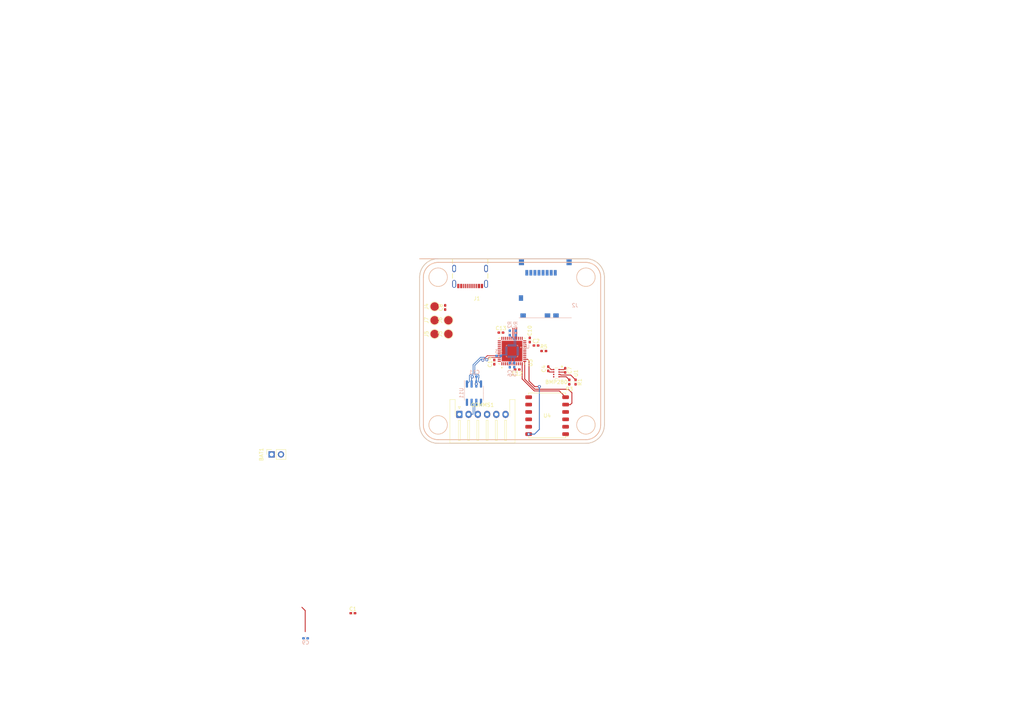
<source format=kicad_pcb>
(kicad_pcb (version 20211014) (generator pcbnew)
  (layers (0 "F.Cu" signal) (31 "B.Cu" signal) (34 "B.Paste" user) (35 "F.Paste" user) (36 "B.SilkS" user "B.Silkscreen") (37 "F.SilkS" user "F.Silkscreen") (38 "B.Mask" user) (39 "F.Mask" user) (44 "Edge.Cuts" user))
  (net 0 "")
  (net 1 "+BATT")
  (net 2 "GND")
  (net 3 "+5V")
  (net 4 "Net-(C2-Pad1)")
  (net 5 "+3V3")
  (net 6 "Net-(C6-Pad1)")
  (net 8 "/USB+")
  (net 9 "/USB-")
  (net 13 "/SDCARD_D2")
  (net 14 "/SDCARD_D3")
  (net 15 "/SDCARD_CMD")
  (net 16 "/SDCARD_CLK")
  (net 17 "/SDCARD_D0")
  (net 18 "/SDCARD_D1")
  (net 19 "/SDCARD_DET_LEVEL")
  (net 20 "/SDACRD_DET_SWT")
  (net 21 "/UART_TX")
  (net 22 "/UART_RX")
  (net 23 "/BMP280_SCL")
  (net 24 "/MPU9250_SCK")
  (net 25 "/BMP280_SDA")
  (net 26 "/MPU9250_SDA")
  (net 27 "Net-(R5-Pad2)")
  (net 28 "/SWDIO")
  (net 29 "/SWCLK")
  (net 30 "/NRST")
  (net 34 "/MPU9250_INT")
  (net 44 "/WIFI_UART_TX")
  (net 45 "/WIFI_UART_RX")
  (net 46 "/WIFI_RES")
  (net 53 "/DEBUG_RX")
  (net 54 "/DEBUG_TX")
  (net 55 "/MPU9250_SCL")
  (net 56 "/CAN_TRX-")
  (net 57 "/CAN_TRX+")
  (net 58 "/ANT")
  (net 64 "/CAN+")
  (net 65 "/CAN-")
  (net 66 "/CAN_SHUTDOWN")
  (footprint "footprints:AIR602" (layer "F.Cu") (at 158 122.5 180)
    (fp_text reference "U4" (at 0 0) (layer "F.SilkS"))
    (fp_text value "AIR602")
    (pad "1" smd roundrect (at -5 -5 180) (size 1.8 1) (layers "F.Cu" "F.Paste" "F.Mask") (net 2 "GND"))
    (pad "2" smd roundrect (at -5 -3 180) (size 1.8 1) (layers "F.Cu" "F.Paste" "F.Mask") (net 58 "/ANT"))
    (pad "3" smd roundrect (at -5 -1 180) (size 1.8 1) (layers "F.Cu" "F.Paste" "F.Mask") (net 2 "GND"))
    (pad "4" smd roundrect (at -5 1 180) (size 1.8 1) (layers "F.Cu" "F.Paste" "F.Mask") (net 5 "+3V3"))
    (pad "5" smd roundrect (at -5 3 180) (size 1.8 1) (layers "F.Cu" "F.Paste" "F.Mask") (net 45 "/WIFI_UART_RX"))
    (pad "6" smd roundrect (at -5 5 180) (size 1.8 1) (layers "F.Cu" "F.Paste" "F.Mask") (net 44 "/WIFI_UART_TX"))
    (pad "7" smd roundrect (at 5 5 180) (size 1.8 1) (layers "F.Cu" "F.Paste" "F.Mask"))
    (pad "8" smd roundrect (at 5 3 180) (size 1.8 1) (layers "F.Cu" "F.Paste" "F.Mask"))
    (pad "9" smd roundrect (at 5 1 180) (size 1.8 1) (layers "F.Cu" "F.Paste" "F.Mask"))
    (pad "10" smd roundrect (at 5 -1 180) (size 1.8 1) (layers "F.Cu" "F.Paste" "F.Mask"))
    (pad "11" smd roundrect (at 5 -3 180) (size 1.8 1) (layers "F.Cu" "F.Paste" "F.Mask"))
    (pad "12" smd roundrect (at 5 -5 180) (size 1.8 1) (layers "F.Cu" "F.Paste" "F.Mask") (net 46 "/WIFI_RES"))
  )
  (footprint "MountingHole:MountingHole_2.2mm_M2" (layer "F.Cu") (at 128.5 125)
    (fp_text reference "H2" hide)
    (fp_text value "MountingHole")
    (pad "" np_thru_hole circle (at 0 0) (size 2.2 2.2) (drill 2.2) (layers *.Cu *.Mask))
  )
  (footprint "Connector_PinSocket_2.54mm:PinSocket_1x02_P2.54mm_Vertical" (layer "F.Cu") (at 83.4325 133 90)
    (fp_text reference "BAT1" (at 0 -2.77 90) (layer "F.SilkS"))
    (fp_text value "Conn_01x02")
    (pad "1" thru_hole rect (at 0 0 90) (size 1.7 1.7) (drill 1) (layers *.Cu *.Mask) (net 1 "+BATT"))
    (pad "2" thru_hole oval (at 0 2.54 90) (size 1.7 1.7) (drill 1) (layers *.Cu *.Mask) (net 2 "GND"))
  )
  (footprint "Capacitor_SMD:C_0402_1005Metric_Pad0.74x0.62mm_HandSolder" (layer "F.Cu") (at 149.9 110 180)
    (fp_text reference "C12" (at 0 -1.16) (layer "F.SilkS"))
    (fp_text value "1uF")
    (pad "1" smd roundrect (at -0.5675 0 180) (size 0.735 0.62) (layers "F.Cu" "F.Paste" "F.Mask") (net 5 "+3V3"))
    (pad "2" smd roundrect (at 0.5675 0 180) (size 0.735 0.62) (layers "F.Cu" "F.Paste" "F.Mask") (net 2 "GND"))
  )
  (footprint "Capacitor_SMD:C_0402_1005Metric_Pad0.74x0.62mm_HandSolder" (layer "F.Cu") (at 158.299999 109.799999 -90)
    (fp_text reference "C4" (at 0 1.2 90) (layer "F.SilkS"))
    (fp_text value "100nF")
    (pad "1" smd roundrect (at -0.5675 0 270) (size 0.735 0.62) (layers "F.Cu" "F.Paste" "F.Mask") (net 3 "+5V"))
    (pad "2" smd roundrect (at 0.5675 0 270) (size 0.735 0.62) (layers "F.Cu" "F.Paste" "F.Mask") (net 2 "GND"))
  )
  (footprint "MountingHole:MountingHole_2.2mm_M2" (layer "F.Cu") (at 168.5 85 90)
    (fp_text reference "H3" hide)
    (fp_text value "MountingHole")
    (pad "" np_thru_hole circle (at 0 0 90) (size 2.2 2.2) (drill 2.2) (layers *.Cu *.Mask))
  )
  (footprint "Resistor_SMD:R_0402_1005Metric_Pad0.72x0.64mm_HandSolder" (layer "F.Cu") (at 157.1 105)
    (fp_text reference "R5" (at 0 -1.17) (layer "F.SilkS"))
    (fp_text value "10K")
    (pad "1" smd roundrect (at -0.5975 0) (size 0.715 0.64) (layers "F.Cu" "F.Paste" "F.Mask") (net 5 "+3V3"))
    (pad "2" smd roundrect (at 0.5975 0) (size 0.715 0.64) (layers "F.Cu" "F.Paste" "F.Mask") (net 27 "Net-(R5-Pad2)"))
  )
  (footprint "footprints:GCT_USB4105-GF-A" (layer "F.Cu") (at 137.1625 82.635 180)
    (fp_text reference "J1" (at -1.825 -8.135) (layer "F.SilkS"))
    (fp_text value "USB4105-GF-A")
    (pad "" np_thru_hole circle (at 2.89 -3.68 180) (size 0.65 0.65) (drill 0.65) (layers *.Cu *.Mask))
    (pad "" np_thru_hole circle (at -2.89 -3.68 180) (size 0.65 0.65) (drill 0.65) (layers *.Cu *.Mask))
    (pad "A1_B12" smd rect (at -3.2 -4.755 180) (size 0.6 1.15) (layers "F.Cu" "F.Paste" "F.Mask") (net 2 "GND"))
    (pad "A4_B9" smd rect (at -2.4 -4.755 180) (size 0.6 1.15) (layers "F.Cu" "F.Paste" "F.Mask") (net 3 "+5V"))
    (pad "A5" smd rect (at -1.25 -4.755 180) (size 0.3 1.15) (layers "F.Cu" "F.Paste" "F.Mask"))
    (pad "A6" smd rect (at -0.25 -4.755 180) (size 0.3 1.15) (layers "F.Cu" "F.Paste" "F.Mask") (net 8 "/USB+"))
    (pad "A7" smd rect (at 0.25 -4.755 180) (size 0.3 1.15) (layers "F.Cu" "F.Paste" "F.Mask") (net 9 "/USB-"))
    (pad "A8" smd rect (at 1.25 -4.755 180) (size 0.3 1.15) (layers "F.Cu" "F.Paste" "F.Mask"))
    (pad "B1_A12" smd rect (at 3.2 -4.755 180) (size 0.6 1.15) (layers "F.Cu" "F.Paste" "F.Mask") (net 2 "GND"))
    (pad "B4_A9" smd rect (at 2.4 -4.755 180) (size 0.6 1.15) (layers "F.Cu" "F.Paste" "F.Mask") (net 3 "+5V"))
    (pad "B5" smd rect (at 1.75 -4.755 180) (size 0.3 1.15) (layers "F.Cu" "F.Paste" "F.Mask"))
    (pad "B6" smd rect (at 0.75 -4.755 180) (size 0.3 1.15) (layers "F.Cu" "F.Paste" "F.Mask") (net 8 "/USB+"))
    (pad "B7" smd rect (at -0.75 -4.755 180) (size 0.3 1.15) (layers "F.Cu" "F.Paste" "F.Mask") (net 9 "/USB-"))
    (pad "B8" smd rect (at -1.75 -4.755 180) (size 0.3 1.15) (layers "F.Cu" "F.Paste" "F.Mask"))
    (pad "S1" thru_hole oval (at -4.32 -4.18 180) (size 1.05 2.1) (drill oval 0.6 1.7) (layers *.Cu *.Mask) (net 2 "GND"))
    (pad "S2" thru_hole oval (at -4.32 0 180) (size 1 2) (drill oval 0.6 1.4) (layers *.Cu *.Mask) (net 2 "GND"))
    (pad "S3" thru_hole oval (at 4.32 0 180) (size 1 2) (drill oval 0.6 1.4) (layers *.Cu *.Mask) (net 2 "GND"))
    (pad "S4" thru_hole oval (at 4.32 -4.18 180) (size 1.05 2.1) (drill oval 0.6 1.7) (layers *.Cu *.Mask) (net 2 "GND"))
  )
  (footprint "footprints:QFN50P700X700X60-49N" (layer "F.Cu") (at 148.5 105 90)
    (fp_text reference "U3" (at -3.199999 4.999999 90) (layer "F.SilkS"))
    (fp_text value "STM32F412CEU6")
    (pad "1" smd roundrect (at -3.43 -2.75 90) (size 0.87 0.27) (layers "F.Cu" "F.Paste" "F.Mask") (roundrect_rratio 0.03) (net 1 "+BATT"))
    (pad "2" smd roundrect (at -3.43 -2.25 90) (size 0.87 0.27) (layers "F.Cu" "F.Paste" "F.Mask") (roundrect_rratio 0.03))
    (pad "3" smd roundrect (at -3.43 -1.75 90) (size 0.87 0.27) (layers "F.Cu" "F.Paste" "F.Mask") (roundrect_rratio 0.03))
    (pad "4" smd roundrect (at -3.43 -1.25 90) (size 0.87 0.27) (layers "F.Cu" "F.Paste" "F.Mask") (roundrect_rratio 0.03))
    (pad "5" smd roundrect (at -3.43 -0.75 90) (size 0.87 0.27) (layers "F.Cu" "F.Paste" "F.Mask") (roundrect_rratio 0.03))
    (pad "6" smd roundrect (at -3.43 -0.25 90) (size 0.87 0.27) (layers "F.Cu" "F.Paste" "F.Mask") (roundrect_rratio 0.03))
    (pad "7" smd roundrect (at -3.43 0.25 90) (size 0.87 0.27) (layers "F.Cu" "F.Paste" "F.Mask") (roundrect_rratio 0.03) (net 30 "/NRST"))
    (pad "8" smd roundrect (at -3.43 0.75 90) (size 0.87 0.27) (layers "F.Cu" "F.Paste" "F.Mask") (roundrect_rratio 0.03) (net 2 "GND"))
    (pad "9" smd roundrect (at -3.43 1.25 90) (size 0.87 0.27) (layers "F.Cu" "F.Paste" "F.Mask") (roundrect_rratio 0.03) (net 5 "+3V3"))
    (pad "10" smd roundrect (at -3.43 1.75 90) (size 0.87 0.27) (layers "F.Cu" "F.Paste" "F.Mask") (roundrect_rratio 0.03))
    (pad "11" smd roundrect (at -3.43 2.25 90) (size 0.87 0.27) (layers "F.Cu" "F.Paste" "F.Mask") (roundrect_rratio 0.03))
    (pad "12" smd roundrect (at -3.43 2.75 90) (size 0.87 0.27) (layers "F.Cu" "F.Paste" "F.Mask") (roundrect_rratio 0.03) (net 44 "/WIFI_UART_TX"))
    (pad "13" smd roundrect (at -2.75 3.43 180) (size 0.87 0.27) (layers "F.Cu" "F.Paste" "F.Mask") (roundrect_rratio 0.03) (net 45 "/WIFI_UART_RX"))
    (pad "14" smd roundrect (at -2.25 3.43 180) (size 0.87 0.27) (layers "F.Cu" "F.Paste" "F.Mask") (roundrect_rratio 0.03) (net 46 "/WIFI_RES"))
    (pad "15" smd roundrect (at -1.75 3.43 180) (size 0.87 0.27) (layers "F.Cu" "F.Paste" "F.Mask") (roundrect_rratio 0.03))
    (pad "16" smd roundrect (at -1.25 3.43 180) (size 0.87 0.27) (layers "F.Cu" "F.Paste" "F.Mask") (roundrect_rratio 0.03) (net 15 "/SDCARD_CMD"))
    (pad "17" smd roundrect (at -0.75 3.43 180) (size 0.87 0.27) (layers "F.Cu" "F.Paste" "F.Mask") (roundrect_rratio 0.03))
    (pad "18" smd roundrect (at -0.25 3.43 180) (size 0.87 0.27) (layers "F.Cu" "F.Paste" "F.Mask") (roundrect_rratio 0.03))
    (pad "19" smd roundrect (at 0.25 3.43 180) (size 0.87 0.27) (layers "F.Cu" "F.Paste" "F.Mask") (roundrect_rratio 0.03) (net 19 "/SDCARD_DET_LEVEL"))
    (pad "20" smd roundrect (at 0.75 3.43 180) (size 0.87 0.27) (layers "F.Cu" "F.Paste" "F.Mask") (roundrect_rratio 0.03) (net 20 "/SDACRD_DET_SWT"))
    (pad "21" smd roundrect (at 1.25 3.43 180) (size 0.87 0.27) (layers "F.Cu" "F.Paste" "F.Mask") (roundrect_rratio 0.03) (net 23 "/BMP280_SCL"))
    (pad "22" smd roundrect (at 1.75 3.43 180) (size 0.87 0.27) (layers "F.Cu" "F.Paste" "F.Mask") (roundrect_rratio 0.03) (net 4 "Net-(C2-Pad1)"))
    (pad "23" smd roundrect (at 2.25 3.43 180) (size 0.87 0.27) (layers "F.Cu" "F.Paste" "F.Mask") (roundrect_rratio 0.03) (net 2 "GND"))
    (pad "24" smd roundrect (at 2.75 3.43 180) (size 0.87 0.27) (layers "F.Cu" "F.Paste" "F.Mask") (roundrect_rratio 0.03) (net 5 "+3V3"))
    (pad "25" smd roundrect (at 3.43 2.75 90) (size 0.87 0.27) (layers "F.Cu" "F.Paste" "F.Mask") (roundrect_rratio 0.03))
    (pad "26" smd roundrect (at 3.43 2.25 90) (size 0.87 0.27) (layers "F.Cu" "F.Paste" "F.Mask") (roundrect_rratio 0.03))
    (pad "27" smd roundrect (at 3.43 1.75 90) (size 0.87 0.27) (layers "F.Cu" "F.Paste" "F.Mask") (roundrect_rratio 0.03))
    (pad "28" smd roundrect (at 3.43 1.25 90) (size 0.87 0.27) (layers "F.Cu" "F.Paste" "F.Mask") (roundrect_rratio 0.03) (net 16 "/SDCARD_CLK"))
    (pad "29" smd roundrect (at 3.43 0.75 90) (size 0.87 0.27) (layers "F.Cu" "F.Paste" "F.Mask") (roundrect_rratio 0.03) (net 18 "/SDCARD_D1"))
    (pad "30" smd roundrect (at 3.43 0.25 90) (size 0.87 0.27) (layers "F.Cu" "F.Paste" "F.Mask") (roundrect_rratio 0.03) (net 13 "/SDCARD_D2"))
    (pad "31" smd roundrect (at 3.43 -0.25 90) (size 0.87 0.27) (layers "F.Cu" "F.Paste" "F.Mask") (roundrect_rratio 0.03) (net 53 "/DEBUG_RX"))
    (pad "32" smd roundrect (at 3.43 -0.75 90) (size 0.87 0.27) (layers "F.Cu" "F.Paste" "F.Mask") (roundrect_rratio 0.03) (net 9 "/USB-"))
    (pad "33" smd roundrect (at 3.43 -1.25 90) (size 0.87 0.27) (layers "F.Cu" "F.Paste" "F.Mask") (roundrect_rratio 0.03) (net 8 "/USB+"))
    (pad "34" smd roundrect (at 3.43 -1.75 90) (size 0.87 0.27) (layers "F.Cu" "F.Paste" "F.Mask") (roundrect_rratio 0.03) (net 28 "/SWDIO"))
    (pad "35" smd roundrect (at 3.43 -2.25 90) (size 0.87 0.27) (layers "F.Cu" "F.Paste" "F.Mask") (roundrect_rratio 0.03) (net 2 "GND"))
    (pad "36" smd roundrect (at 3.43 -2.75 90) (size 0.87 0.27) (layers "F.Cu" "F.Paste" "F.Mask") (roundrect_rratio 0.03) (net 5 "+3V3"))
    (pad "37" smd roundrect (at 2.75 -3.43 180) (size 0.87 0.27) (layers "F.Cu" "F.Paste" "F.Mask") (roundrect_rratio 0.03) (net 29 "/SWCLK"))
    (pad "38" smd roundrect (at 2.25 -3.43 180) (size 0.87 0.27) (layers "F.Cu" "F.Paste" "F.Mask") (roundrect_rratio 0.03) (net 54 "/DEBUG_TX"))
    (pad "39" smd roundrect (at 1.75 -3.43 180) (size 0.87 0.27) (layers "F.Cu" "F.Paste" "F.Mask") (roundrect_rratio 0.03) (net 25 "/BMP280_SDA"))
    (pad "40" smd roundrect (at 1.25 -3.43 180) (size 0.87 0.27) (layers "F.Cu" "F.Paste" "F.Mask") (roundrect_rratio 0.03) (net 17 "/SDCARD_D0"))
    (pad "41" smd roundrect (at 0.75 -3.43 180) (size 0.87 0.27) (layers "F.Cu" "F.Paste" "F.Mask") (roundrect_rratio 0.03) (net 14 "/SDCARD_D3"))
    (pad "42" smd roundrect (at 0.25 -3.43 180) (size 0.87 0.27) (layers "F.Cu" "F.Paste" "F.Mask") (roundrect_rratio 0.03) (net 55 "/MPU9250_SCL"))
    (pad "43" smd roundrect (at -0.25 -3.43 180) (size 0.87 0.27) (layers "F.Cu" "F.Paste" "F.Mask") (roundrect_rratio 0.03) (net 26 "/MPU9250_SDA"))
    (pad "44" smd roundrect (at -0.75 -3.43 180) (size 0.87 0.27) (layers "F.Cu" "F.Paste" "F.Mask") (roundrect_rratio 0.03) (net 27 "Net-(R5-Pad2)"))
    (pad "45" smd roundrect (at -1.25 -3.43 180) (size 0.87 0.27) (layers "F.Cu" "F.Paste" "F.Mask") (roundrect_rratio 0.03) (net 56 "/CAN_TRX-"))
    (pad "46" smd roundrect (at -1.75 -3.43 180) (size 0.87 0.27) (layers "F.Cu" "F.Paste" "F.Mask") (roundrect_rratio 0.03) (net 57 "/CAN_TRX+"))
    (pad "47" smd roundrect (at -2.25 -3.43 180) (size 0.87 0.27) (layers "F.Cu" "F.Paste" "F.Mask") (roundrect_rratio 0.03) (net 2 "GND"))
    (pad "48" smd roundrect (at -2.75 -3.43 180) (size 0.87 0.27) (layers "F.Cu" "F.Paste" "F.Mask") (roundrect_rratio 0.03) (net 5 "+3V3"))
    (pad "49" smd rect (at 0 0 90) (size 5.6 5.6) (layers "F.Cu" "F.Mask") (net 2 "GND"))
  )
  (footprint "Capacitor_SMD:C_0402_1005Metric_Pad0.74x0.62mm_HandSolder" (layer "F.Cu") (at 105.4325 176)
    (fp_text reference "C1" (at 0 -1.16) (layer "F.SilkS"))
    (fp_text value "1uF")
    (pad "1" smd roundrect (at -0.5675 0) (size 0.735 0.62) (layers "F.Cu" "F.Paste" "F.Mask") (net 3 "+5V"))
    (pad "2" smd roundrect (at 0.5675 0) (size 0.735 0.62) (layers "F.Cu" "F.Paste" "F.Mask") (net 2 "GND"))
  )
  (footprint "Capacitor_SMD:C_0402_1005Metric_Pad0.74x0.62mm_HandSolder" (layer "F.Cu") (at 153.3 102 -90)
    (fp_text reference "C10" (at -2.5 0 90) (layer "F.SilkS"))
    (fp_text value "1uF")
    (pad "1" smd roundrect (at -0.5675 0 270) (size 0.735 0.62) (layers "F.Cu" "F.Paste" "F.Mask") (net 5 "+3V3"))
    (pad "2" smd roundrect (at 0.5675 0 270) (size 0.735 0.62) (layers "F.Cu" "F.Paste" "F.Mask") (net 2 "GND"))
  )
  (footprint "MountingHole:MountingHole_2.2mm_M2" (layer "F.Cu") (at 168.5 125)
    (fp_text reference "H4" hide)
    (fp_text value "MountingHole")
    (pad "" np_thru_hole circle (at 0 0) (size 2.2 2.2) (drill 2.2) (layers *.Cu *.Mask))
  )
  (footprint "Capacitor_SMD:C_0402_1005Metric_Pad0.74x0.62mm_HandSolder" (layer "F.Cu") (at 143.7 108 90)
    (fp_text reference "C14" (at 0 -1.16 90) (layer "F.SilkS"))
    (fp_text value "1uF")
    (pad "1" smd roundrect (at -0.5675 0 90) (size 0.735 0.62) (layers "F.Cu" "F.Paste" "F.Mask") (net 5 "+3V3"))
    (pad "2" smd roundrect (at 0.5675 0 90) (size 0.735 0.62) (layers "F.Cu" "F.Paste" "F.Mask") (net 2 "GND"))
  )
  (footprint "MountingHole:MountingHole_2.2mm_M2" (layer "F.Cu") (at 128.5 85 -90)
    (fp_text reference "H1" hide)
    (fp_text value "MountingHole")
    (pad "" np_thru_hole circle (at 0 0 270) (size 2.2 2.2) (drill 2.2) (layers *.Cu *.Mask))
  )
  (footprint "footprints:Test_Point" (layer "F.Cu") (at 131.275 96.665 90)
    (fp_text reference "J6" (at 0 -2.2 90 unlocked) (layer "F.SilkS"))
    (fp_text value "Conn_01x01")
    (pad "1" smd circle (at 0 0 90) (size 2.286 2.286) (layers "F.Cu" "F.Paste" "F.Mask") (net 2 "GND"))
  )
  (footprint "footprints:Test_Point" (layer "F.Cu") (at 127.555 100.385 90)
    (fp_text reference "J5" (at 0 -2.2 90 unlocked) (layer "F.SilkS"))
    (fp_text value "Conn_01x01")
    (pad "1" smd circle (at 0 0 90) (size 2.286 2.286) (layers "F.Cu" "F.Paste" "F.Mask") (net 30 "/NRST"))
  )
  (footprint "Resistor_SMD:R_0402_1005Metric_Pad0.72x0.64mm_HandSolder" (layer "F.Cu") (at 165.7 113.4 -90)
    (fp_text reference "R1" (at 0 -1.17 90) (layer "F.SilkS"))
    (fp_text value "2.2K")
    (pad "1" smd roundrect (at -0.5975 0 270) (size 0.715 0.64) (layers "F.Cu" "F.Paste" "F.Mask") (net 23 "/BMP280_SCL"))
    (pad "2" smd roundrect (at 0.5975 0 270) (size 0.715 0.64) (layers "F.Cu" "F.Paste" "F.Mask") (net 5 "+3V3"))
  )
  (footprint "Capacitor_SMD:C_0402_1005Metric_Pad0.74x0.62mm_HandSolder" (layer "F.Cu") (at 145.5 100)
    (fp_text reference "C13" (at 0 -1.16) (layer "F.SilkS"))
    (fp_text value "1uF")
    (pad "1" smd roundrect (at -0.5675 0) (size 0.735 0.62) (layers "F.Cu" "F.Paste" "F.Mask") (net 5 "+3V3"))
    (pad "2" smd roundrect (at 0.5675 0) (size 0.735 0.62) (layers "F.Cu" "F.Paste" "F.Mask") (net 2 "GND"))
  )
  (footprint "footprints:BMP280" (layer "F.Cu") (at 160.5 111 -90)
    (fp_text reference "U1" (at 0 -5.3 90) (layer "F.SilkS"))
    (fp_text value "BMP280" (at 2.399999 0.000001 180) (layer "F.SilkS"))
    (fp_text user "*" (at -1.785 -1.831 90) (layer "F.SilkS"))
    (fp_text user "*" (at -1.785 -1.831 90) (layer "F.SilkS"))
    (pad "1" smd rect (at -0.9722 -0.725) (size 0.3556 0.3556) (layers "F.Cu" "F.Paste" "F.Mask") (net 2 "GND"))
    (pad "2" smd rect (at -0.325001 -0.722201 270) (size 0.3556 0.3556) (layers "F.Cu" "F.Paste" "F.Mask") (net 5 "+3V3"))
    (pad "3" smd rect (at 0.325001 -0.722201 270) (size 0.3556 0.3556) (layers "F.Cu" "F.Paste" "F.Mask") (net 23 "/BMP280_SCL"))
    (pad "4" smd rect (at 0.9722 -0.725) (size 0.3556 0.3556) (layers "F.Cu" "F.Paste" "F.Mask") (net 25 "/BMP280_SDA"))
    (pad "5" smd rect (at 0.9722 0.725) (size 0.3556 0.3556) (layers "F.Cu" "F.Paste" "F.Mask") (net 2 "GND"))
    (pad "6" smd rect (at 0.325001 0.722201 270) (size 0.3556 0.3556) (layers "F.Cu" "F.Paste" "F.Mask") (net 5 "+3V3"))
    (pad "7" smd rect (at -0.325001 0.722201 270) (size 0.3556 0.3556) (layers "F.Cu" "F.Paste" "F.Mask") (net 2 "GND"))
    (pad "8" smd rect (at -0.9722 0.725) (size 0.3556 0.3556) (layers "F.Cu" "F.Paste" "F.Mask") (net 3 "+5V"))
  )
  (footprint "footprints:Test_Point" (layer "F.Cu") (at 131.275 100.385 90)
    (fp_text reference "J3" (at 0 -2.2 90 unlocked) (layer "F.SilkS"))
    (fp_text value "Conn_01x01")
    (pad "1" smd circle (at 0 0 90) (size 2.286 2.286) (layers "F.Cu" "F.Paste" "F.Mask") (net 28 "/SWDIO"))
  )
  (footprint "Connector_JST:JST_XH_S6B-XH-A-1_1x06_P2.50mm_Horizontal" (layer "F.Cu") (at 134.25 122.15)
    (fp_text reference "COMMS1" (at 6.250001 -2.549999) (layer "F.SilkS"))
    (fp_text value "Conn_01x06")
    (pad "1" thru_hole roundrect (at 0 0) (size 1.7 1.95) (drill 0.95) (layers *.Cu *.Mask) (roundrect_rratio 0.147059) (net 3 "+5V"))
    (pad "2" thru_hole oval (at 2.5 0) (size 1.7 1.95) (drill 0.95) (layers *.Cu *.Mask) (net 64 "/CAN+"))
    (pad "3" thru_hole oval (at 5 0) (size 1.7 1.95) (drill 0.95) (layers *.Cu *.Mask) (net 65 "/CAN-"))
    (pad "4" thru_hole oval (at 7.5 0) (size 1.7 1.95) (drill 0.95) (layers *.Cu *.Mask) (net 21 "/UART_TX"))
    (pad "5" thru_hole oval (at 10 0) (size 1.7 1.95) (drill 0.95) (layers *.Cu *.Mask) (net 22 "/UART_RX"))
    (pad "6" thru_hole oval (at 12.5 0) (size 1.7 1.95) (drill 0.95) (layers *.Cu *.Mask) (net 2 "GND"))
  )
  (footprint "Capacitor_SMD:C_0402_1005Metric_Pad0.74x0.62mm_HandSolder" (layer "F.Cu") (at 155 103.5 180)
    (fp_text reference "C2" (at 0 1.2) (layer "F.SilkS"))
    (fp_text value "1uF")
    (pad "1" smd roundrect (at -0.5675 0 180) (size 0.735 0.62) (layers "F.Cu" "F.Paste" "F.Mask") (net 4 "Net-(C2-Pad1)"))
    (pad "2" smd roundrect (at 0.5675 0 180) (size 0.735 0.62) (layers "F.Cu" "F.Paste" "F.Mask") (net 2 "GND"))
  )
  (footprint "Resistor_SMD:R_0402_1005Metric_Pad0.72x0.64mm_HandSolder" (layer "F.Cu") (at 164 113.4 -90)
    (fp_text reference "R3" (at 1.9 0 180) (layer "F.SilkS"))
    (fp_text value "2.2K")
    (pad "1" smd roundrect (at -0.5975 0 270) (size 0.715 0.64) (layers "F.Cu" "F.Paste" "F.Mask") (net 25 "/BMP280_SDA"))
    (pad "2" smd roundrect (at 0.5975 0 270) (size 0.715 0.64) (layers "F.Cu" "F.Paste" "F.Mask") (net 5 "+3V3"))
  )
  (footprint "Capacitor_SMD:C_0402_1005Metric_Pad0.74x0.62mm_HandSolder" (layer "F.Cu") (at 162.9 110.2325 90)
    (fp_text reference "C7" (at 0 1.2 90) (layer "F.SilkS"))
    (fp_text value "100nF")
    (pad "1" smd roundrect (at -0.5675 0 90) (size 0.735 0.62) (layers "F.Cu" "F.Paste" "F.Mask") (net 5 "+3V3"))
    (pad "2" smd roundrect (at 0.5675 0 90) (size 0.735 0.62) (layers "F.Cu" "F.Paste" "F.Mask") (net 2 "GND"))
  )
  (footprint "footprints:Test_Point" (layer "F.Cu") (at 127.555 92.945 90)
    (fp_text reference "J4" (at 0 -2.2 90 unlocked) (layer "F.SilkS"))
    (fp_text value "Conn_01x01")
    (pad "1" smd circle (at 0 0 90) (size 2.286 2.286) (layers "F.Cu" "F.Paste" "F.Mask") (net 29 "/SWCLK"))
  )
  (footprint "Capacitor_SMD:C_0402_1005Metric_Pad0.74x0.62mm_HandSolder" (layer "F.Cu") (at 130.4 93.2 90)
    (fp_text reference "C8" (at 0 -1.16 90) (layer "F.SilkS"))
    (fp_text value "1uF")
    (pad "1" smd roundrect (at -0.5675 0 90) (size 0.735 0.62) (layers "F.Cu" "F.Paste" "F.Mask") (net 3 "+5V"))
    (pad "2" smd roundrect (at 0.5675 0 90) (size 0.735 0.62) (layers "F.Cu" "F.Paste" "F.Mask") (net 2 "GND"))
  )
  (footprint "footprints:Test_Point" (layer "F.Cu") (at 127.555 96.665 90)
    (fp_text reference "J7" (at 0 -2.2 90 unlocked) (layer "F.SilkS"))
    (fp_text value "Conn_01x01")
    (pad "1" smd circle (at 0 0 90) (size 2.286 2.286) (layers "F.Cu" "F.Paste" "F.Mask") (net 3 "+5V"))
  )
  (footprint "Capacitor_SMD:C_0402_1005Metric_Pad0.74x0.62mm_HandSolder" (layer "B.Cu") (at 149.1 108.8 -90)
    (fp_text reference "C5" (at 2.2 0 90) (layer "B.SilkS") (effects (justify mirror)))
    (fp_text value "10nF")
    (pad "1" smd roundrect (at -0.5675 0 270) (size 0.735 0.62) (layers "B.Cu" "B.Paste" "B.Mask") (net 5 "+3V3"))
    (pad "2" smd roundrect (at 0.5675 0 270) (size 0.735 0.62) (layers "B.Cu" "B.Paste" "B.Mask") (net 2 "GND"))
  )
  (footprint "Capacitor_SMD:C_0402_1005Metric_Pad0.74x0.62mm_HandSolder" (layer "B.Cu") (at 144.9 106.3 180)
    (fp_text reference "C3" (at 0 1.16) (layer "B.SilkS") (effects (justify mirror)))
    (fp_text value "0.1uF")
    (pad "1" smd roundrect (at -0.5675 0 180) (size 0.735 0.62) (layers "B.Cu" "B.Paste" "B.Mask") (net 3 "+5V"))
    (pad "2" smd roundrect (at 0.5675 0 180) (size 0.735 0.62) (layers "B.Cu" "B.Paste" "B.Mask") (net 2 "GND"))
  )
  (footprint "Package_SO:SOIC-8_3.9x4.9mm_P1.27mm" (layer "B.Cu") (at 138.2 116.4 -90)
    (fp_text reference "U11" (at 0 3.4 90) (layer "B.SilkS") (effects (justify mirror)))
    (fp_text value "TJA1051T-3")
    (pad "1" smd roundrect (at -2.475 1.905 270) (size 1.95 0.6) (layers "B.Cu" "B.Paste" "B.Mask") (net 57 "/CAN_TRX+"))
    (pad "2" smd roundrect (at -2.475 0.635 270) (size 1.95 0.6) (layers "B.Cu" "B.Paste" "B.Mask") (net 2 "GND"))
    (pad "3" smd roundrect (at -2.475 -0.635 270) (size 1.95 0.6) (layers "B.Cu" "B.Paste" "B.Mask") (net 3 "+5V"))
    (pad "4" smd roundrect (at -2.475 -1.905 270) (size 1.95 0.6) (layers "B.Cu" "B.Paste" "B.Mask") (net 56 "/CAN_TRX-"))
    (pad "5" smd roundrect (at 2.475 -1.905 270) (size 1.95 0.6) (layers "B.Cu" "B.Paste" "B.Mask") (net 5 "+3V3"))
    (pad "6" smd roundrect (at 2.475 -0.635 270) (size 1.95 0.6) (layers "B.Cu" "B.Paste" "B.Mask") (net 65 "/CAN-"))
    (pad "7" smd roundrect (at 2.475 0.635 270) (size 1.95 0.6) (layers "B.Cu" "B.Paste" "B.Mask") (net 64 "/CAN+"))
    (pad "8" smd roundrect (at 2.475 1.905 270) (size 1.95 0.6) (layers "B.Cu" "B.Paste" "B.Mask") (net 66 "/CAN_SHUTDOWN"))
  )
  (footprint "Capacitor_SMD:C_0402_1005Metric_Pad0.74x0.62mm_HandSolder" (layer "B.Cu") (at 92.632499 182.799999)
    (fp_text reference "C9" (at 0 1.16) (layer "B.SilkS") (effects (justify mirror)))
    (fp_text value "100nF")
    (pad "1" smd roundrect (at -0.5675 0) (size 0.735 0.62) (layers "B.Cu" "B.Paste" "B.Mask") (net 2 "GND"))
    (pad "2" smd roundrect (at 0.5675 0) (size 0.735 0.62) (layers "B.Cu" "B.Paste" "B.Mask") (net 5 "+3V3"))
  )
  (footprint "Capacitor_SMD:C_0402_1005Metric_Pad0.74x0.62mm_HandSolder" (layer "B.Cu") (at 138.3 111.9 180)
    (fp_text reference "C11" (at 0 1.16) (layer "B.SilkS") (effects (justify mirror)))
    (fp_text value "1uF")
    (pad "1" smd roundrect (at -0.5675 0 180) (size 0.735 0.62) (layers "B.Cu" "B.Paste" "B.Mask") (net 3 "+5V"))
    (pad "2" smd roundrect (at 0.5675 0 180) (size 0.735 0.62) (layers "B.Cu" "B.Paste" "B.Mask") (net 2 "GND"))
  )
  (footprint "footprints:MOLEX_502570-0893" (layer "B.Cu") (at 157.5 88 180)
    (fp_text reference "J2" (at -8.045685 -4.631145) (layer "B.SilkS") (effects (font (size 1.001331 1.001331)) (justify mirror)))
    (fp_text value "502570-0893")
    (pad "1" smd rect (at -2.7 4.2 180) (size 0.8 1.5) (layers "B.Cu" "B.Paste" "B.Mask") (net 13 "/SDCARD_D2"))
    (pad "2" smd rect (at -1.6 4.2 180) (size 0.8 1.5) (layers "B.Cu" "B.Paste" "B.Mask") (net 14 "/SDCARD_D3"))
    (pad "3" smd rect (at -0.5 4.2 180) (size 0.8 1.5) (layers "B.Cu" "B.Paste" "B.Mask") (net 15 "/SDCARD_CMD"))
    (pad "4" smd rect (at 0.6 4.2 180) (size 0.8 1.5) (layers "B.Cu" "B.Paste" "B.Mask") (net 5 "+3V3"))
    (pad "5" smd rect (at 1.7 4.2 180) (size 0.8 1.5) (layers "B.Cu" "B.Paste" "B.Mask") (net 16 "/SDCARD_CLK"))
    (pad "6" smd rect (at 2.8 4.2 180) (size 0.8 1.5) (layers "B.Cu" "B.Paste" "B.Mask") (net 2 "GND"))
    (pad "7" smd rect (at 3.9 4.2 180) (size 0.8 1.5) (layers "B.Cu" "B.Paste" "B.Mask") (net 17 "/SDCARD_D0"))
    (pad "8" smd rect (at 5 4.2 180) (size 0.8 1.5) (layers "B.Cu" "B.Paste" "B.Mask") (net 18 "/SDCARD_D1"))
    (pad "DL" smd rect (at 6.575 -2.65 180) (size 1.15 1.5) (layers "B.Cu" "B.Paste" "B.Mask") (net 19 "/SDCARD_DET_LEVEL"))
    (pad "DS" smd rect (at -0.6 -7.375 180) (size 1.5 1.15) (layers "B.Cu" "B.Paste" "B.Mask") (net 20 "/SDACRD_DET_SWT"))
    (pad "SM1" smd rect (at -6.45 7.1 180) (size 1.4 1.7) (layers "B.Cu" "B.Paste" "B.Mask"))
    (pad "SM2" smd rect (at 6.45 7.1 180) (size 1.4 1.7) (layers "B.Cu" "B.Paste" "B.Mask"))
    (pad "SM3" smd rect (at -2.9 -7.375 180) (size 1.5 1.15) (layers "B.Cu" "B.Paste" "B.Mask"))
    (pad "SM4" smd rect (at 6 -7.375 180) (size 1.5 1.15) (layers "B.Cu" "B.Paste" "B.Mask"))
  )
  (footprint "Resistor_SMD:R_0402_1005Metric_Pad0.72x0.64mm_HandSolder" (layer "B.Cu") (at 147.9 100.1 90)
    (fp_text reference "R2" (at 2.2 0 90) (layer "B.SilkS") (effects (justify mirror)))
    (fp_text value "2.2K")
    (pad "1" smd roundrect (at -0.5975 0 90) (size 0.715 0.64) (layers "B.Cu" "B.Paste" "B.Mask") (net 24 "/MPU9250_SCK"))
    (pad "2" smd roundrect (at 0.5975 0 90) (size 0.715 0.64) (layers "B.Cu" "B.Paste" "B.Mask") (net 5 "+3V3"))
  )
  (footprint "Capacitor_SMD:C_0402_1005Metric_Pad0.74x0.62mm_HandSolder" (layer "B.Cu") (at 147.9 108.8 -90)
    (fp_text reference "C6" (at 2.2 0 90) (layer "B.SilkS") (effects (justify mirror)))
    (fp_text value "0.1uF")
    (pad "1" smd roundrect (at -0.5675 0 270) (size 0.735 0.62) (layers "B.Cu" "B.Paste" "B.Mask") (net 6 "Net-(C6-Pad1)"))
    (pad "2" smd roundrect (at 0.5675 0 270) (size 0.735 0.62) (layers "B.Cu" "B.Paste" "B.Mask") (net 2 "GND"))
  )
  (footprint "footprints:QFN40P300X300X105-24N" (layer "B.Cu") (at 148.5 105 180)
    (fp_text reference "U2" (at -3.8 1.2) (layer "B.SilkS") (effects (font (size 1.00174 1.00174)) (justify mirror)))
    (fp_text value "MPU-9250")
    (pad "1" smd roundrect (at -1.545 1 180) (size 0.64 0.22) (layers "B.Cu" "B.Paste" "B.Mask") (roundrect_rratio 0.03) (net 5 "+3V3"))
    (pad "2" smd roundrect (at -1.545 0.6 180) (size 0.64 0.22) (layers "B.Cu" "B.Paste" "B.Mask") (roundrect_rratio 0.03))
    (pad "3" smd roundrect (at -1.545 0.2 180) (size 0.64 0.22) (layers "B.Cu" "B.Paste" "B.Mask") (roundrect_rratio 0.03))
    (pad "4" smd roundrect (at -1.545 -0.2 180) (size 0.64 0.22) (layers "B.Cu" "B.Paste" "B.Mask") (roundrect_rratio 0.03))
    (pad "5" smd roundrect (at -1.545 -0.6 180) (size 0.64 0.22) (layers "B.Cu" "B.Paste" "B.Mask") (roundrect_rratio 0.03))
    (pad "6" smd roundrect (at -1.545 -1 180) (size 0.64 0.22) (layers "B.Cu" "B.Paste" "B.Mask") (roundrect_rratio 0.03))
    (pad "7" smd roundrect (at -1 -1.545 90) (size 0.64 0.22) (layers "B.Cu" "B.Paste" "B.Mask") (roundrect_rratio 0.03))
    (pad "8" smd roundrect (at -0.6 -1.545 90) (size 0.64 0.22) (layers "B.Cu" "B.Paste" "B.Mask") (roundrect_rratio 0.03) (net 5 "+3V3"))
    (pad "9" smd roundrect (at -0.2 -1.545 90) (size 0.64 0.22) (layers "B.Cu" "B.Paste" "B.Mask") (roundrect_rratio 0.03))
    (pad "10" smd roundrect (at 0.2 -1.545 90) (size 0.64 0.22) (layers "B.Cu" "B.Paste" "B.Mask") (roundrect_rratio 0.03) (net 6 "Net-(C6-Pad1)"))
    (pad "11" smd roundrect (at 0.6 -1.545 90) (size 0.64 0.22) (layers "B.Cu" "B.Paste" "B.Mask") (roundrect_rratio 0.03))
    (pad "12" smd roundrect (at 1 -1.545 90) (size 0.64 0.22) (layers "B.Cu" "B.Paste" "B.Mask") (roundrect_rratio 0.03) (net 34 "/MPU9250_INT"))
    (pad "13" smd roundrect (at 1.545 -1) (size 0.64 0.22) (layers "B.Cu" "B.Paste" "B.Mask") (roundrect_rratio 0.03) (net 3 "+5V"))
    (pad "14" smd roundrect (at 1.545 -0.6) (size 0.64 0.22) (layers "B.Cu" "B.Paste" "B.Mask") (roundrect_rratio 0.03))
    (pad "15" smd roundrect (at 1.545 -0.2) (size 0.64 0.22) (layers "B.Cu" "B.Paste" "B.Mask") (roundrect_rratio 0.03))
    (pad "16" smd roundrect (at 1.545 0.2) (size 0.64 0.22) (layers "B.Cu" "B.Paste" "B.Mask") (roundrect_rratio 0.03))
    (pad "17" smd roundrect (at 1.545 0.6) (size 0.64 0.22) (layers "B.Cu" "B.Paste" "B.Mask") (roundrect_rratio 0.03))
    (pad "18" smd roundrect (at 1.545 1) (size 0.64 0.22) (layers "B.Cu" "B.Paste" "B.Mask") (roundrect_rratio 0.03) (net 2 "GND"))
    (pad "19" smd roundrect (at 1 1.545 270) (size 0.64 0.22) (layers "B.Cu" "B.Paste" "B.Mask") (roundrect_rratio 0.03))
    (pad "20" smd roundrect (at 0.6 1.545 270) (size 0.64 0.22) (layers "B.Cu" "B.Paste" "B.Mask") (roundrect_rratio 0.03) (net 2 "GND"))
    (pad "21" smd roundrect (at 0.2 1.545 270) (size 0.64 0.22) (layers "B.Cu" "B.Paste" "B.Mask") (roundrect_rratio 0.03))
    (pad "22" smd roundrect (at -0.2 1.545 270) (size 0.64 0.22) (layers "B.Cu" "B.Paste" "B.Mask") (roundrect_rratio 0.03) (net 5 "+3V3"))
    (pad "23" smd roundrect (at -0.6 1.545 270) (size 0.64 0.22) (layers "B.Cu" "B.Paste" "B.Mask") (roundrect_rratio 0.03) (net 24 "/MPU9250_SCK"))
    (pad "24" smd roundrect (at -1 1.545 270) (size 0.64 0.22) (layers "B.Cu" "B.Paste" "B.Mask") (roundrect_rratio 0.03) (net 26 "/MPU9250_SDA"))
  )
  (footprint "Resistor_SMD:R_0402_1005Metric_Pad0.72x0.64mm_HandSolder" (layer "B.Cu") (at 149.5 100.1 90)
    (fp_text reference "R4" (at 2.2 0 90) (layer "B.SilkS") (effects (justify mirror)))
    (fp_text value "2.2K")
    (pad "1" smd roundrect (at -0.5975 0 90) (size 0.715 0.64) (layers "B.Cu" "B.Paste" "B.Mask") (net 26 "/MPU9250_SDA"))
    (pad "2" smd roundrect (at 0.5975 0 90) (size 0.715 0.64) (layers "B.Cu" "B.Paste" "B.Mask") (net 5 "+3V3"))
  )
  (gr_circle (center 168.5 125) (end 171 125) (layer "B.SilkS") (width 0.15) (fill none))
  (gr_arc (start 128.5 129) (mid 125.671573 127.828427) (end 124.5 125) (layer "B.SilkS") (width 0.2))
  (gr_circle (center 128.5 85) (end 131 85) (layer "B.SilkS") (width 0.15) (fill none))
  (gr_line (start 168.5 130) (end 128.5 130) (layer "B.SilkS") (width 0.2))
  (gr_line (start 124.5 125) (end 124.5 85) (layer "B.SilkS") (width 0.2))
  (gr_arc (start 128.5 130) (mid 124.964466 128.535534) (end 123.5 125) (layer "B.SilkS") (width 0.2))
  (gr_line (start 123.5 80) (end 128.5 80) (layer "B.SilkS") (width 0.2))
  (gr_arc (start 172.5 125) (mid 171.328427 127.828427) (end 168.5 129) (layer "B.SilkS") (width 0.2))
  (gr_line (start 173.5 85) (end 173.5 125) (layer "B.SilkS") (width 0.2))
  (gr_line (start 172.5 85) (end 172.5 125) (layer "B.SilkS") (width 0.2))
  (gr_line (start 123.5 125) (end 123.5 85) (layer "B.SilkS") (width 0.2))
  (gr_line (start 128.5 81) (end 168.5 81) (layer "B.SilkS") (width 0.2))
  (gr_arc (start 168.5 81) (mid 171.328427 82.171573) (end 172.5 85) (layer "B.SilkS") (width 0.2))
  (gr_arc (start 168.5 80) (mid 172.035534 81.464466) (end 173.5 85) (layer "B.SilkS") (width 0.2))
  (gr_arc (start 173.5 125) (mid 172.035534 128.535534) (end 168.5 130) (layer "B.SilkS") (width 0.2))
  (gr_arc (start 123.5 85) (mid 124.964466 81.464466) (end 128.5 80) (layer "B.SilkS") (width 0.2))
  (gr_circle (center 128.5 125) (end 131 125) (layer "B.SilkS") (width 0.15) (fill none))
  (gr_line (start 128.5 80) (end 168.5 80) (layer "B.SilkS") (width 0.2))
  (gr_line (start 168.5 129) (end 128.5 129) (layer "B.SilkS") (width 0.2))
  (gr_circle (center 168.5 85) (end 171 85) (layer "B.SilkS") (width 0.15) (fill none))
  (gr_arc (start 124.5 85) (mid 125.671573 82.171573) (end 128.5 81) (layer "B.SilkS") (width 0.2))
  (gr_line (start 123.5 125) (end 123.5 85) (layer "F.SilkS") (width 0.2))
  (gr_arc (start 123.5 85) (mid 124.964466 81.464466) (end 128.5 80) (layer "F.SilkS") (width 0.2))
  (gr_circle (center 168.5 85) (end 171 85) (layer "F.SilkS") (width 0.15) (fill none))
  (gr_arc (start 128.5 130) (mid 124.964466 128.535534) (end 123.5 125) (layer "F.SilkS") (width 0.2))
  (gr_line (start 173.5 85) (end 173.5 125) (layer "F.SilkS") (width 0.2))
  (gr_line (start 168.5 80) (end 128.5 80) (layer "F.SilkS") (width 0.15))
  (gr_arc (start 168.5 81) (mid 171.328427 82.171573) (end 172.5 85) (layer "F.SilkS") (width 0.2))
  (gr_arc (start 172.5 125) (mid 171.328427 127.828427) (end 168.5 129) (layer "F.SilkS") (width 0.2))
  (gr_arc (start 124.5 85) (mid 125.671573 82.171573) (end 128.5 81) (layer "F.SilkS") (width 0.2))
  (gr_arc (start 173.5 125) (mid 172.035534 128.535534) (end 168.5 130) (layer "F.SilkS") (width 0.2))
  (gr_arc (start 128.5 129) (mid 125.671573 127.828427) (end 124.5 125) (layer "F.SilkS") (width 0.2))
  (gr_circle (center 128.5 125) (end 131 125) (layer "F.SilkS") (width 0.15) (fill none))
  (gr_circle (center 128.5 85) (end 131 85) (layer "F.SilkS") (width 0.15) (fill none))
  (gr_line (start 128.5 80) (end 168.5 80) (layer "F.SilkS") (width 0.2))
  (gr_line (start 124.5 125) (end 124.5 85) (layer "F.SilkS") (width 0.2))
  (gr_arc (start 168.5 80) (mid 172.035534 81.464466) (end 173.5 85) (layer "F.SilkS") (width 0.2))
  (gr_arc (start 168.5 80) (mid 172.035534 81.464466) (end 173.5 85) (layer "F.SilkS") (width 0.15))
  (gr_circle (center 168.5 125) (end 171 125) (layer "F.SilkS") (width 0.15) (fill none))
  (gr_line (start 172.5 85) (end 172.5 125) (layer "F.SilkS") (width 0.2))
  (gr_line (start 123.5 80) (end 128.5 80) (layer "F.SilkS") (width 0.2))
  (gr_arc (start 123.5 85) (mid 124.964466 81.464466) (end 128.5 80) (layer "F.SilkS") (width 0.15))
  (gr_arc (start 124.5 85) (mid 125.671573 82.171573) (end 128.5 81) (layer "F.SilkS") (width 0.15))
  (gr_line (start 168.5 130) (end 128.5 130) (layer "F.SilkS") (width 0.2))
  (gr_line (start 168.5 129) (end 128.5 129) (layer "F.SilkS") (width 0.2))
  (gr_arc (start 168.5 81) (mid 171.328427 82.171573) (end 172.5 85) (layer "F.SilkS") (width 0.15))
  (gr_line (start 168.5 81) (end 128.5 81) (layer "F.SilkS") (width 0.15))
  (gr_line (start 128.5 81) (end 168.5 81) (layer "F.SilkS") (width 0.2))
  (gr_line (start 173.5 125) (end 173.5 124) (layer "Edge.Cuts") (width 0.1))
  (gr_line (start 128.5 80) (end 168.5 80) (layer "Edge.Cuts") (width 0.1))
  (gr_arc (start 173.5 125) (mid 172.035534 128.535534) (end 168.5 130) (layer "Edge.Cuts") (width 0.1))
  (gr_line (start 168.5 130) (end 128.5 130) (layer "Edge.Cuts") (width 0.1))
  (gr_arc (start 123.5 85) (mid 124.964466 81.464466) (end 128.5 80) (layer "Edge.Cuts") (width 0.1))
  (gr_arc (start 128.5 130) (mid 124.964466 128.535534) (end 123.5 125) (layer "Edge.Cuts") (width 0.1))
  (gr_line (start 173.5 85) (end 173.5 124) (layer "Edge.Cuts") (width 0.1))
  (gr_arc (start 168.5 80) (mid 172.035534 81.464466) (end 173.5 85) (layer "Edge.Cuts") (width 0.1))
  (gr_line (start 123.5 125) (end 123.5 85) (layer "Edge.Cuts") (width 0.1))
  (segment (start 162.5372 110.0278) (end 162.9 109.665) (width 0.25) (layer "F.Cu") (net 2))
  (segment (start 159.777799 110.674999) (end 158.607499 110.674999) (width 0.25) (layer "F.Cu") (net 2))
  (segment (start 158.607499 110.674999) (end 158.299999 110.367499) (width 0.25) (layer "F.Cu") (net 2))
  (segment (start 161.225 110.0278) (end 162.5372 110.0278) (width 0.25) (layer "F.Cu") (net 2))
  (via (at 137.7325 111.98998) (size 0.8) (drill 0.4) (layers "F.Cu" "B.Cu") (net 2))
  (segment (start 137.7325 111.9) (end 137.7325 111.98998) (width 0.25) (layer "B.Cu") (net 2))
  (segment (start 137.565 112.0675) (end 137.7325 111.9) (width 0.25) (layer "B.Cu") (net 2))
  (segment (start 137.565 113.925) (end 137.565 112.0675) (width 0.25) (layer "B.Cu") (net 2))
  (segment (start 159.775 110.0278) (end 159.0953 110.0278) (width 0.25) (layer "F.Cu") (net 3))
  (segment (start 159.0953 110.0278) (end 158.299999 109.232499) (width 0.25) (layer "F.Cu") (net 3))
  (via (at 138.835 113.925) (size 0.8) (drill 0.4) (layers "F.Cu" "B.Cu") (net 3))
  (segment (start 146.955 106) (end 145.7675 106) (width 0.15) (layer "B.Cu") (net 3))
  (segment (start 138.835 111.9325) (end 138.8675 111.9) (width 0.25) (layer "B.Cu") (net 3))
  (segment (start 145.7675 106) (end 145.4675 106.3) (width 0.15) (layer "B.Cu") (net 3))
  (segment (start 138.835 113.925) (end 138.835 111.9325) (width 0.25) (layer "B.Cu") (net 3))
  (segment (start 161.247202 110.7) (end 161.222201 110.674999) (width 0.25) (layer "F.Cu") (net 5))
  (segment (start 162.8 110.7) (end 161.247202 110.7) (width 0.25) (layer "F.Cu") (net 5))
  (segment (start 162.9 110.8) (end 162.8 110.7) (width 0.25) (layer "F.Cu") (net 5))
  (segment (start 149.1 106.545) (end 149.1 108.2325) (width 0.15) (layer "B.Cu") (net 5))
  (segment (start 148.3 107.8325) (end 147.9 108.2325) (width 0.15) (layer "B.Cu") (net 6))
  (segment (start 148.3 106.545) (end 148.3 107.8325) (width 0.15) (layer "B.Cu") (net 6))
  (segment (start 148.75 101.57) (end 148.75 98.85) (width 0.25) (layer "F.Cu") (net 13))
  (segment (start 148.75 98.85) (end 148.7 98.8) (width 0.25) (layer "F.Cu") (net 13))
  (segment (start 149.75 101.57) (end 149.75 98.65) (width 0.25) (layer "F.Cu") (net 16))
  (segment (start 91.632499 174.399999) (end 92.532499 175.299999) (width 0.25) (layer "F.Cu") (net 16))
  (segment (start 92.532499 175.299999) (end 92.532499 180.999999) (width 0.25) (layer "F.Cu") (net 16))
  (segment (start 149.25 101.57) (end 149.25 98.785718) (width 0.25) (layer "F.Cu") (net 18))
  (segment (start 161.222201 111.325001) (end 161.525001 111.325001) (width 0.25) (layer "F.Cu") (net 23))
  (segment (start 161.525001 111.325001) (end 161.7 111.5) (width 0.25) (layer "F.Cu") (net 23))
  (segment (start 161.7 111.5) (end 164.3975 111.5) (width 0.25) (layer "F.Cu") (net 23))
  (segment (start 164.3975 111.5) (end 165.7 112.8025) (width 0.25) (layer "F.Cu") (net 23))
  (segment (start 149.1 103.455) (end 149.1 101.8975) (width 0.15) (layer "B.Cu") (net 24))
  (segment (start 149.1 101.8975) (end 147.9 100.6975) (width 0.15) (layer "B.Cu") (net 24))
  (segment (start 163.1697 111.9722) (end 164 112.8025) (width 0.25) (layer "F.Cu") (net 25))
  (segment (start 161.225 111.9722) (end 163.1697 111.9722) (width 0.25) (layer "F.Cu") (net 25))
  (segment (start 149.5 103.455) (end 149.5 100.6975) (width 0.15) (layer "B.Cu") (net 26))
  (segment (start 154.5 115.8) (end 151.25 112.55) (width 0.25) (layer "F.Cu") (net 44))
  (segment (start 151.25 112.55) (end 151.25 108.43) (width 0.25) (layer "F.Cu") (net 44))
  (segment (start 163 117.5) (end 161.3 115.8) (width 0.25) (layer "F.Cu") (net 44))
  (segment (start 161.3 115.8) (end 154.5 115.8) (width 0.25) (layer "F.Cu") (net 44))
  (segment (start 164.7 119.1) (end 164.3 119.5) (width 0.25) (layer "F.Cu") (net 45))
  (segment (start 154.686198 115.35048) (end 163.75048 115.35048) (width 0.25) (layer "F.Cu") (net 45))
  (segment (start 151.93 107.75) (end 151.93 112.594282) (width 0.25) (layer "F.Cu") (net 45))
  (segment (start 164.3 119.5) (end 163 119.5) (width 0.25) (layer "F.Cu") (net 45))
  (segment (start 164.7 116.3) (end 164.7 119.1) (width 0.25) (layer "F.Cu") (net 45))
  (segment (start 151.93 112.594282) (end 154.686198 115.35048) (width 0.25) (layer "F.Cu") (net 45))
  (segment (start 163.75048 115.35048) (end 164.7 116.3) (width 0.25) (layer "F.Cu") (net 45))
  (segment (start 153.1 107.6) (end 153.1 113.1) (width 0.25) (layer "F.Cu") (net 46))
  (segment (start 154.62598 114.62598) (end 155.9 114.62598) (width 0.25) (layer "F.Cu") (net 46))
  (segment (start 151.93 107.25) (end 152.75 107.25) (width 0.25) (layer "F.Cu") (net 46))
  (segment (start 153.1 113.1) (end 154.5 114.5) (width 0.25) (layer "F.Cu") (net 46))
  (segment (start 152.75 107.25) (end 153.1 107.6) (width 0.25) (layer "F.Cu") (net 46))
  (segment (start 154.5 114.5) (end 154.62598 114.62598) (width 0.25) (layer "F.Cu") (net 46))
  (via (at 155.9 114.62598) (size 0.8) (drill 0.4) (layers "F.Cu" "B.Cu") (net 46))
  (via (at 153 127.5) (size 0.8) (drill 0.4) (layers "F.Cu" "B.Cu") (net 46))
  (segment (start 155.9 114.62598) (end 155.9 126.2) (width 0.25) (layer "B.Cu") (net 46))
  (segment (start 155.9 126.2) (end 154.6 127.5) (width 0.25) (layer "B.Cu") (net 46))
  (segment (start 154.6 127.5) (end 153 127.5) (width 0.25) (layer "B.Cu") (net 46))
  (segment (start 141.81077 106.25) (end 140.598688 107.462082) (width 0.2) (layer "F.Cu") (net 56))
  (segment (start 145.07 106.25) (end 141.81077 106.25) (width 0.2) (layer "F.Cu") (net 56))
  (via (at 140.598688 107.462082) (size 0.8) (drill 0.4) (layers "F.Cu" "B.Cu") (net 56))
  (segment (start 138.466732 111.29048) (end 138.425001 111.332211) (width 0.2) (layer "B.Cu") (net 56))
  (segment (start 140.156117 107.162083) (end 140.298689 107.162083) (width 0.2) (layer "B.Cu") (net 56))
  (segment (start 140.298689 107.162083) (end 140.598688 107.462082) (width 0.2) (layer "B.Cu") (net 56))
  (segment (start 139.53452 112.243268) (end 139.53452 111.556732) (width 0.2) (layer "B.Cu") (net 56))
  (segment (start 138.425001 108.893199) (end 140.156117 107.162083) (width 0.2) (layer "B.Cu") (net 56))
  (segment (start 138.425001 111.332211) (end 138.425001 108.893199) (width 0.2) (layer "B.Cu") (net 56))
  (segment (start 139.268268 111.29048) (end 138.466732 111.29048) (width 0.2) (layer "B.Cu") (net 56))
  (segment (start 139.43452 113.25452) (end 139.43452 112.343268) (width 0.2) (layer "B.Cu") (net 56))
  (segment (start 139.53452 111.556732) (end 139.268268 111.29048) (width 0.2) (layer "B.Cu") (net 56))
  (segment (start 139.43452 112.343268) (end 139.53452 112.243268) (width 0.2) (layer "B.Cu") (net 56))
  (segment (start 140.105 113.925) (end 139.43452 113.25452) (width 0.2) (layer "B.Cu") (net 56))
  (segment (start 145.07 106.75) (end 142.300014 106.75) (width 0.2) (layer "F.Cu") (net 57))
  (segment (start 142.300014 106.75) (end 141.675007 107.375007) (width 0.2) (layer "F.Cu") (net 57))
  (via (at 141.675007 107.375007) (size 0.8) (drill 0.4) (layers "F.Cu" "B.Cu") (net 57))
  (segment (start 136.96548 111.656732) (end 136.96548 113.25452) (width 0.2) (layer "B.Cu") (net 57))
  (segment (start 139.969719 106.712081) (end 137.974999 108.706801) (width 0.2) (layer "B.Cu") (net 57))
  (segment (start 137.331732 111.29048) (end 136.96548 111.656732) (width 0.2) (layer "B.Cu") (net 57))
  (segment (start 137.974999 111.29048) (end 137.331732 111.29048) (width 0.2) (layer "B.Cu") (net 57))
  (segment (start 137.974999 108.706801) (end 137.974999 111.29048) (width 0.2) (layer "B.Cu") (net 57))
  (segment (start 141.012081 106.712081) (end 139.969719 106.712081) (width 0.2) (layer "B.Cu") (net 57))
  (segment (start 141.675007 107.375007) (end 141.012081 106.712081) (width 0.2) (layer "B.Cu") (net 57))
  (segment (start 136.96548 113.25452) (end 136.295 113.925) (width 0.2) (layer "B.Cu") (net 57))
  (segment (start 136.75 122.15) (end 137.925 122.15) (width 0.2) (layer "B.Cu") (net 64))
  (segment (start 137.974999 119.284999) (end 137.975 122.1) (width 0.2) (layer "B.Cu") (net 64))
  (segment (start 137.565 118.875) (end 137.974999 119.284999) (width 0.2) (layer "B.Cu") (net 64))
  (segment (start 137.925 122.15) (end 137.975 122.1) (width 0.2) (layer "B.Cu") (net 64))
  (segment (start 138.475 122.15) (end 138.425 122.1) (width 0.2) (layer "B.Cu") (net 65))
  (segment (start 138.425001 119.284999) (end 138.425 122.1) (width 0.2) (layer "B.Cu") (net 65))
  (segment (start 139.25 122.15) (end 138.475 122.15) (width 0.2) (layer "B.Cu") (net 65))
  (segment (start 138.835 118.875) (end 138.425001 119.284999) (width 0.2) (layer "B.Cu") (net 65))
)
</source>
